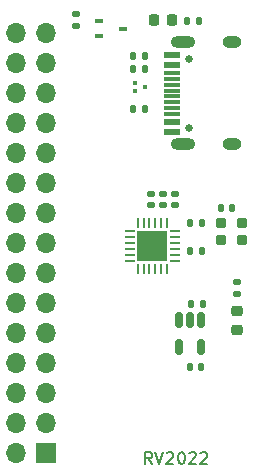
<source format=gbr>
%TF.GenerationSoftware,KiCad,Pcbnew,6.0.1-79c1e3a40b~116~ubuntu20.04.1*%
%TF.CreationDate,2022-02-18T15:29:33+02:00*%
%TF.ProjectId,colorlight-usb-phy-pmod,636f6c6f-726c-4696-9768-742d7573622d,rev?*%
%TF.SameCoordinates,Original*%
%TF.FileFunction,Soldermask,Top*%
%TF.FilePolarity,Negative*%
%FSLAX46Y46*%
G04 Gerber Fmt 4.6, Leading zero omitted, Abs format (unit mm)*
G04 Created by KiCad (PCBNEW 6.0.1-79c1e3a40b~116~ubuntu20.04.1) date 2022-02-18 15:29:33*
%MOMM*%
%LPD*%
G01*
G04 APERTURE LIST*
G04 Aperture macros list*
%AMRoundRect*
0 Rectangle with rounded corners*
0 $1 Rounding radius*
0 $2 $3 $4 $5 $6 $7 $8 $9 X,Y pos of 4 corners*
0 Add a 4 corners polygon primitive as box body*
4,1,4,$2,$3,$4,$5,$6,$7,$8,$9,$2,$3,0*
0 Add four circle primitives for the rounded corners*
1,1,$1+$1,$2,$3*
1,1,$1+$1,$4,$5*
1,1,$1+$1,$6,$7*
1,1,$1+$1,$8,$9*
0 Add four rect primitives between the rounded corners*
20,1,$1+$1,$2,$3,$4,$5,0*
20,1,$1+$1,$4,$5,$6,$7,0*
20,1,$1+$1,$6,$7,$8,$9,0*
20,1,$1+$1,$8,$9,$2,$3,0*%
G04 Aperture macros list end*
%ADD10C,0.150000*%
%ADD11RoundRect,0.150000X-0.150000X0.512500X-0.150000X-0.512500X0.150000X-0.512500X0.150000X0.512500X0*%
%ADD12RoundRect,0.140000X-0.140000X-0.170000X0.140000X-0.170000X0.140000X0.170000X-0.140000X0.170000X0*%
%ADD13RoundRect,0.062500X-0.062500X0.350000X-0.062500X-0.350000X0.062500X-0.350000X0.062500X0.350000X0*%
%ADD14RoundRect,0.062500X-0.350000X0.062500X-0.350000X-0.062500X0.350000X-0.062500X0.350000X0.062500X0*%
%ADD15R,2.600000X2.600000*%
%ADD16RoundRect,0.135000X-0.135000X-0.185000X0.135000X-0.185000X0.135000X0.185000X-0.135000X0.185000X0*%
%ADD17RoundRect,0.140000X0.170000X-0.140000X0.170000X0.140000X-0.170000X0.140000X-0.170000X-0.140000X0*%
%ADD18RoundRect,0.218750X-0.218750X-0.256250X0.218750X-0.256250X0.218750X0.256250X-0.218750X0.256250X0*%
%ADD19RoundRect,0.200000X-0.250000X0.200000X-0.250000X-0.200000X0.250000X-0.200000X0.250000X0.200000X0*%
%ADD20RoundRect,0.135000X-0.185000X0.135000X-0.185000X-0.135000X0.185000X-0.135000X0.185000X0.135000X0*%
%ADD21C,0.650000*%
%ADD22R,1.450000X0.600000*%
%ADD23R,1.450000X0.300000*%
%ADD24O,2.100000X1.000000*%
%ADD25O,1.600000X1.000000*%
%ADD26RoundRect,0.135000X0.135000X0.185000X-0.135000X0.185000X-0.135000X-0.185000X0.135000X-0.185000X0*%
%ADD27RoundRect,0.140000X0.140000X0.170000X-0.140000X0.170000X-0.140000X-0.170000X0.140000X-0.170000X0*%
%ADD28R,1.700000X1.700000*%
%ADD29O,1.700000X1.700000*%
%ADD30R,0.300000X0.300000*%
%ADD31R,0.700000X0.450000*%
%ADD32RoundRect,0.218750X0.256250X-0.218750X0.256250X0.218750X-0.256250X0.218750X-0.256250X-0.218750X0*%
%ADD33RoundRect,0.140000X-0.170000X0.140000X-0.170000X-0.140000X0.170000X-0.140000X0.170000X0.140000X0*%
%ADD34RoundRect,0.135000X0.185000X-0.135000X0.185000X0.135000X-0.185000X0.135000X-0.185000X-0.135000X0*%
G04 APERTURE END LIST*
D10*
X51976190Y-123452380D02*
X51642857Y-122976190D01*
X51404761Y-123452380D02*
X51404761Y-122452380D01*
X51785714Y-122452380D01*
X51880952Y-122500000D01*
X51928571Y-122547619D01*
X51976190Y-122642857D01*
X51976190Y-122785714D01*
X51928571Y-122880952D01*
X51880952Y-122928571D01*
X51785714Y-122976190D01*
X51404761Y-122976190D01*
X52261904Y-122452380D02*
X52595238Y-123452380D01*
X52928571Y-122452380D01*
X53214285Y-122547619D02*
X53261904Y-122500000D01*
X53357142Y-122452380D01*
X53595238Y-122452380D01*
X53690476Y-122500000D01*
X53738095Y-122547619D01*
X53785714Y-122642857D01*
X53785714Y-122738095D01*
X53738095Y-122880952D01*
X53166666Y-123452380D01*
X53785714Y-123452380D01*
X54404761Y-122452380D02*
X54500000Y-122452380D01*
X54595238Y-122500000D01*
X54642857Y-122547619D01*
X54690476Y-122642857D01*
X54738095Y-122833333D01*
X54738095Y-123071428D01*
X54690476Y-123261904D01*
X54642857Y-123357142D01*
X54595238Y-123404761D01*
X54500000Y-123452380D01*
X54404761Y-123452380D01*
X54309523Y-123404761D01*
X54261904Y-123357142D01*
X54214285Y-123261904D01*
X54166666Y-123071428D01*
X54166666Y-122833333D01*
X54214285Y-122642857D01*
X54261904Y-122547619D01*
X54309523Y-122500000D01*
X54404761Y-122452380D01*
X55119047Y-122547619D02*
X55166666Y-122500000D01*
X55261904Y-122452380D01*
X55500000Y-122452380D01*
X55595238Y-122500000D01*
X55642857Y-122547619D01*
X55690476Y-122642857D01*
X55690476Y-122738095D01*
X55642857Y-122880952D01*
X55071428Y-123452380D01*
X55690476Y-123452380D01*
X56071428Y-122547619D02*
X56119047Y-122500000D01*
X56214285Y-122452380D01*
X56452380Y-122452380D01*
X56547619Y-122500000D01*
X56595238Y-122547619D01*
X56642857Y-122642857D01*
X56642857Y-122738095D01*
X56595238Y-122880952D01*
X56023809Y-123452380D01*
X56642857Y-123452380D01*
D11*
%TO.C,U3*%
X56120000Y-113587500D03*
X54220000Y-113587500D03*
X54220000Y-111312500D03*
X55170000Y-111312500D03*
X56120000Y-111312500D03*
%TD*%
D12*
%TO.C,C7*%
X56125000Y-115225000D03*
X55165000Y-115225000D03*
%TD*%
%TO.C,C6*%
X55290000Y-109900000D03*
X56250000Y-109900000D03*
%TD*%
D13*
%TO.C,U1*%
X53250000Y-103062500D03*
X52750000Y-103062500D03*
X52250000Y-103062500D03*
X51750000Y-103062500D03*
X51250000Y-103062500D03*
X50750000Y-103062500D03*
D14*
X50062500Y-103750000D03*
X50062500Y-104250000D03*
X50062500Y-104750000D03*
X50062500Y-105250000D03*
X50062500Y-105750000D03*
X50062500Y-106250000D03*
D13*
X50750000Y-106937500D03*
X51250000Y-106937500D03*
X51750000Y-106937500D03*
X52250000Y-106937500D03*
X52750000Y-106937500D03*
X53250000Y-106937500D03*
D14*
X53937500Y-106250000D03*
X53937500Y-105750000D03*
X53937500Y-105250000D03*
X53937500Y-104750000D03*
X53937500Y-104250000D03*
X53937500Y-103750000D03*
D15*
X52000000Y-105000000D03*
%TD*%
D16*
%TO.C,R2*%
X50320000Y-88950000D03*
X51340000Y-88950000D03*
%TD*%
D17*
%TO.C,C4*%
X53900000Y-101580000D03*
X53900000Y-100620000D03*
%TD*%
D12*
%TO.C,C5*%
X57820000Y-101800000D03*
X58780000Y-101800000D03*
%TD*%
D18*
%TO.C,D2*%
X52112500Y-85900000D03*
X53687500Y-85900000D03*
%TD*%
D17*
%TO.C,C1*%
X51900000Y-101580000D03*
X51900000Y-100620000D03*
%TD*%
D19*
%TO.C,X1*%
X59625000Y-103075000D03*
X57775000Y-103075000D03*
X57775000Y-104525000D03*
X59625000Y-104525000D03*
%TD*%
D16*
%TO.C,R7*%
X54890000Y-86000000D03*
X55910000Y-86000000D03*
%TD*%
D20*
%TO.C,R6*%
X45500000Y-85390000D03*
X45500000Y-86410000D03*
%TD*%
D21*
%TO.C,P1*%
X55100000Y-94990000D03*
X55100000Y-89210000D03*
D22*
X53655000Y-95350000D03*
X53655000Y-94550000D03*
D23*
X53655000Y-93350000D03*
X53655000Y-92350000D03*
X53655000Y-91850000D03*
X53655000Y-90850000D03*
D22*
X53655000Y-89650000D03*
X53655000Y-88850000D03*
X53655000Y-88850000D03*
X53655000Y-89650000D03*
D23*
X53655000Y-90350000D03*
X53655000Y-91350000D03*
X53655000Y-92850000D03*
X53655000Y-93850000D03*
D22*
X53655000Y-94550000D03*
X53655000Y-95350000D03*
D24*
X54570000Y-87780000D03*
D25*
X58750000Y-87780000D03*
D24*
X54570000Y-96420000D03*
D25*
X58750000Y-96420000D03*
%TD*%
D26*
%TO.C,R1*%
X56210000Y-103100000D03*
X55190000Y-103100000D03*
%TD*%
D27*
%TO.C,C3*%
X56180000Y-105400000D03*
X55220000Y-105400000D03*
%TD*%
D28*
%TO.C,J1*%
X43000000Y-122500000D03*
D29*
X40460000Y-122500000D03*
X43000000Y-119960000D03*
X40460000Y-119960000D03*
X43000000Y-117420000D03*
X40460000Y-117420000D03*
X43000000Y-114880000D03*
X40460000Y-114880000D03*
X43000000Y-112340000D03*
X40460000Y-112340000D03*
X43000000Y-109800000D03*
X40460000Y-109800000D03*
X43000000Y-107260000D03*
X40460000Y-107260000D03*
X43000000Y-104720000D03*
X40460000Y-104720000D03*
X43000000Y-102180000D03*
X40460000Y-102180000D03*
X43000000Y-99640000D03*
X40460000Y-99640000D03*
X43000000Y-97100000D03*
X40460000Y-97100000D03*
X43000000Y-94560000D03*
X40460000Y-94560000D03*
X43000000Y-92020000D03*
X40460000Y-92020000D03*
X43000000Y-89480000D03*
X40460000Y-89480000D03*
X43000000Y-86940000D03*
X40460000Y-86940000D03*
%TD*%
D30*
%TO.C,U2*%
X50513007Y-91224984D03*
X50513007Y-91924984D03*
X51363007Y-91574984D03*
%TD*%
D31*
%TO.C,Q1*%
X47500000Y-85950000D03*
X47500000Y-87250000D03*
X49500000Y-86600000D03*
%TD*%
D26*
%TO.C,R4*%
X51360000Y-90040000D03*
X50340000Y-90040000D03*
%TD*%
D16*
%TO.C,R3*%
X50330000Y-93400000D03*
X51350000Y-93400000D03*
%TD*%
D32*
%TO.C,D1*%
X59200000Y-112087500D03*
X59200000Y-110512500D03*
%TD*%
D33*
%TO.C,C2*%
X52900000Y-100620000D03*
X52900000Y-101580000D03*
%TD*%
D34*
%TO.C,R5*%
X59200000Y-109110000D03*
X59200000Y-108090000D03*
%TD*%
M02*

</source>
